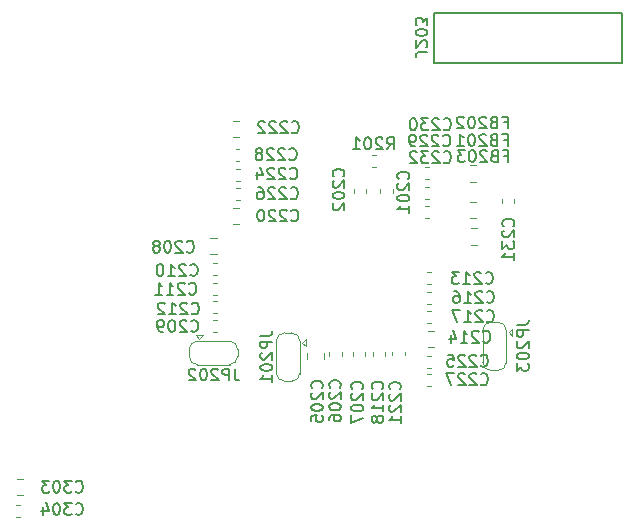
<source format=gbo>
G04 #@! TF.GenerationSoftware,KiCad,Pcbnew,5.1.0*
G04 #@! TF.CreationDate,2019-03-26T01:50:18+00:00*
G04 #@! TF.ProjectId,ESP32_K210,45535033-325f-44b3-9231-302e6b696361,rev?*
G04 #@! TF.SameCoordinates,Original*
G04 #@! TF.FileFunction,Legend,Bot*
G04 #@! TF.FilePolarity,Positive*
%FSLAX46Y46*%
G04 Gerber Fmt 4.6, Leading zero omitted, Abs format (unit mm)*
G04 Created by KiCad (PCBNEW 5.1.0) date 2019-03-26 01:50:18*
%MOMM*%
%LPD*%
G04 APERTURE LIST*
%ADD10C,0.120000*%
%ADD11C,0.150000*%
G04 APERTURE END LIST*
D10*
X155382079Y-89406000D02*
X155056521Y-89406000D01*
X155382079Y-90426000D02*
X155056521Y-90426000D01*
X153439400Y-106110921D02*
X153439400Y-106436479D01*
X154459400Y-106110921D02*
X154459400Y-106436479D01*
X153566400Y-92644079D02*
X153566400Y-92318521D01*
X154586400Y-92644079D02*
X154586400Y-92318521D01*
X155801600Y-92293221D02*
X155801600Y-92618779D01*
X156821600Y-92293221D02*
X156821600Y-92618779D01*
X151001800Y-106190522D02*
X151001800Y-106707678D01*
X149581800Y-106190522D02*
X149581800Y-106707678D01*
X151483600Y-106110921D02*
X151483600Y-106436479D01*
X152503600Y-106110921D02*
X152503600Y-106436479D01*
X141916678Y-96419600D02*
X141399522Y-96419600D01*
X141916678Y-97839600D02*
X141399522Y-97839600D01*
X141970879Y-104396000D02*
X141645321Y-104396000D01*
X141970879Y-103376000D02*
X141645321Y-103376000D01*
X141970879Y-98600800D02*
X141645321Y-98600800D01*
X141970879Y-99620800D02*
X141645321Y-99620800D01*
X141970879Y-101246400D02*
X141645321Y-101246400D01*
X141970879Y-100226400D02*
X141645321Y-100226400D01*
X141970879Y-101801200D02*
X141645321Y-101801200D01*
X141970879Y-102821200D02*
X141645321Y-102821200D01*
X159730321Y-99312000D02*
X160055879Y-99312000D01*
X159730321Y-100332000D02*
X160055879Y-100332000D01*
X159812222Y-105713600D02*
X160329378Y-105713600D01*
X159812222Y-104293600D02*
X160329378Y-104293600D01*
X159755621Y-102008400D02*
X160081179Y-102008400D01*
X159755621Y-100988400D02*
X160081179Y-100988400D01*
X159755621Y-102614000D02*
X160081179Y-102614000D01*
X159755621Y-103634000D02*
X160081179Y-103634000D01*
X155141200Y-106110821D02*
X155141200Y-106436379D01*
X156161200Y-106110821D02*
X156161200Y-106436379D01*
X143842478Y-95299600D02*
X143325322Y-95299600D01*
X143842478Y-93879600D02*
X143325322Y-93879600D01*
X156817600Y-106060021D02*
X156817600Y-106385579D01*
X157837600Y-106060021D02*
X157837600Y-106385579D01*
X143819378Y-86513600D02*
X143302222Y-86513600D01*
X143819378Y-87933600D02*
X143302222Y-87933600D01*
X143875979Y-90574400D02*
X143550421Y-90574400D01*
X143875979Y-91594400D02*
X143550421Y-91594400D01*
X159755621Y-107444000D02*
X160081179Y-107444000D01*
X159755621Y-106424000D02*
X160081179Y-106424000D01*
X143901279Y-93270800D02*
X143575721Y-93270800D01*
X143901279Y-92250800D02*
X143575721Y-92250800D01*
X159755621Y-107998800D02*
X160081179Y-107998800D01*
X159755621Y-109018800D02*
X160081179Y-109018800D01*
X143850679Y-88898000D02*
X143525121Y-88898000D01*
X143850679Y-89918000D02*
X143525121Y-89918000D01*
X159577721Y-93169200D02*
X159903279Y-93169200D01*
X159577721Y-92149200D02*
X159903279Y-92149200D01*
X159577721Y-91492800D02*
X159903279Y-91492800D01*
X159577721Y-90472800D02*
X159903279Y-90472800D01*
X166114000Y-93457079D02*
X166114000Y-93131521D01*
X167134000Y-93457079D02*
X167134000Y-93131521D01*
X159577921Y-93724000D02*
X159903479Y-93724000D01*
X159577921Y-94744000D02*
X159903479Y-94744000D01*
X124986522Y-116815800D02*
X125503678Y-116815800D01*
X124986522Y-118235800D02*
X125503678Y-118235800D01*
X124932321Y-119022400D02*
X125257879Y-119022400D01*
X124932321Y-120042400D02*
X125257879Y-120042400D01*
X163913078Y-94791600D02*
X163395922Y-94791600D01*
X163913078Y-93371600D02*
X163395922Y-93371600D01*
X163885378Y-90272800D02*
X163368222Y-90272800D01*
X163885378Y-91692800D02*
X163368222Y-91692800D01*
X163959278Y-95606800D02*
X163442122Y-95606800D01*
X163959278Y-97026800D02*
X163442122Y-97026800D01*
X149180400Y-105327600D02*
X149480400Y-105627600D01*
X149480400Y-105027600D02*
X149480400Y-105627600D01*
X149180400Y-105327600D02*
X149480400Y-105027600D01*
X148280400Y-104477600D02*
X147680400Y-104477600D01*
X148980400Y-107927600D02*
X148980400Y-105127600D01*
X147680400Y-108577600D02*
X148280400Y-108577600D01*
X146980400Y-105127600D02*
X146980400Y-107927600D01*
X146980400Y-107877600D02*
G75*
G03X147680400Y-108577600I700000J0D01*
G01*
X148280400Y-108577600D02*
G75*
G03X148980400Y-107877600I0J700000D01*
G01*
X148980400Y-105177600D02*
G75*
G03X148280400Y-104477600I-700000J0D01*
G01*
X147680400Y-104477600D02*
G75*
G03X146980400Y-105177600I0J-700000D01*
G01*
X139601200Y-106472000D02*
G75*
G03X140301200Y-107172000I700000J0D01*
G01*
X140301200Y-105172000D02*
G75*
G03X139601200Y-105872000I0J-700000D01*
G01*
X143701200Y-105872000D02*
G75*
G03X143001200Y-105172000I-700000J0D01*
G01*
X143001200Y-107172000D02*
G75*
G03X143701200Y-106472000I0J700000D01*
G01*
X140251200Y-107172000D02*
X143051200Y-107172000D01*
X143701200Y-106472000D02*
X143701200Y-105872000D01*
X143051200Y-105172000D02*
X140251200Y-105172000D01*
X139601200Y-105872000D02*
X139601200Y-106472000D01*
X140451200Y-104972000D02*
X140151200Y-104672000D01*
X140151200Y-104672000D02*
X140751200Y-104672000D01*
X140451200Y-104972000D02*
X140751200Y-104672000D01*
X166655600Y-104413200D02*
X166955600Y-104713200D01*
X166955600Y-104113200D02*
X166955600Y-104713200D01*
X166655600Y-104413200D02*
X166955600Y-104113200D01*
X165755600Y-103563200D02*
X165155600Y-103563200D01*
X166455600Y-107013200D02*
X166455600Y-104213200D01*
X165155600Y-107663200D02*
X165755600Y-107663200D01*
X164455600Y-104213200D02*
X164455600Y-107013200D01*
X164455600Y-106963200D02*
G75*
G03X165155600Y-107663200I700000J0D01*
G01*
X165755600Y-107663200D02*
G75*
G03X166455600Y-106963200I0J700000D01*
G01*
X166455600Y-104263200D02*
G75*
G03X165755600Y-103563200I-700000J0D01*
G01*
X165155600Y-103563200D02*
G75*
G03X164455600Y-104263200I0J-700000D01*
G01*
D11*
X160320200Y-78432000D02*
X160320200Y-81632000D01*
X160320200Y-81632000D02*
X166020200Y-81632000D01*
X166020200Y-81632000D02*
X176220200Y-81632000D01*
X176220200Y-81632000D02*
X176220200Y-77432000D01*
X176220200Y-77432000D02*
X160320200Y-77432000D01*
X160320200Y-77432000D02*
X160320200Y-78432000D01*
X156338347Y-88938380D02*
X156671680Y-88462190D01*
X156909776Y-88938380D02*
X156909776Y-87938380D01*
X156528823Y-87938380D01*
X156433585Y-87986000D01*
X156385966Y-88033619D01*
X156338347Y-88128857D01*
X156338347Y-88271714D01*
X156385966Y-88366952D01*
X156433585Y-88414571D01*
X156528823Y-88462190D01*
X156909776Y-88462190D01*
X155957395Y-88033619D02*
X155909776Y-87986000D01*
X155814538Y-87938380D01*
X155576442Y-87938380D01*
X155481204Y-87986000D01*
X155433585Y-88033619D01*
X155385966Y-88128857D01*
X155385966Y-88224095D01*
X155433585Y-88366952D01*
X156005014Y-88938380D01*
X155385966Y-88938380D01*
X154766919Y-87938380D02*
X154671680Y-87938380D01*
X154576442Y-87986000D01*
X154528823Y-88033619D01*
X154481204Y-88128857D01*
X154433585Y-88319333D01*
X154433585Y-88557428D01*
X154481204Y-88747904D01*
X154528823Y-88843142D01*
X154576442Y-88890761D01*
X154671680Y-88938380D01*
X154766919Y-88938380D01*
X154862157Y-88890761D01*
X154909776Y-88843142D01*
X154957395Y-88747904D01*
X155005014Y-88557428D01*
X155005014Y-88319333D01*
X154957395Y-88128857D01*
X154909776Y-88033619D01*
X154862157Y-87986000D01*
X154766919Y-87938380D01*
X153481204Y-88938380D02*
X154052633Y-88938380D01*
X153766919Y-88938380D02*
X153766919Y-87938380D01*
X153862157Y-88081238D01*
X153957395Y-88176476D01*
X154052633Y-88224095D01*
X154230342Y-109218552D02*
X154277961Y-109170933D01*
X154325580Y-109028076D01*
X154325580Y-108932838D01*
X154277961Y-108789980D01*
X154182723Y-108694742D01*
X154087485Y-108647123D01*
X153897009Y-108599504D01*
X153754152Y-108599504D01*
X153563676Y-108647123D01*
X153468438Y-108694742D01*
X153373200Y-108789980D01*
X153325580Y-108932838D01*
X153325580Y-109028076D01*
X153373200Y-109170933D01*
X153420819Y-109218552D01*
X153420819Y-109599504D02*
X153373200Y-109647123D01*
X153325580Y-109742361D01*
X153325580Y-109980457D01*
X153373200Y-110075695D01*
X153420819Y-110123314D01*
X153516057Y-110170933D01*
X153611295Y-110170933D01*
X153754152Y-110123314D01*
X154325580Y-109551885D01*
X154325580Y-110170933D01*
X153325580Y-110789980D02*
X153325580Y-110885219D01*
X153373200Y-110980457D01*
X153420819Y-111028076D01*
X153516057Y-111075695D01*
X153706533Y-111123314D01*
X153944628Y-111123314D01*
X154135104Y-111075695D01*
X154230342Y-111028076D01*
X154277961Y-110980457D01*
X154325580Y-110885219D01*
X154325580Y-110789980D01*
X154277961Y-110694742D01*
X154230342Y-110647123D01*
X154135104Y-110599504D01*
X153944628Y-110551885D01*
X153706533Y-110551885D01*
X153516057Y-110599504D01*
X153420819Y-110647123D01*
X153373200Y-110694742D01*
X153325580Y-110789980D01*
X153325580Y-111456647D02*
X153325580Y-112123314D01*
X154325580Y-111694742D01*
X158141942Y-91438552D02*
X158189561Y-91390933D01*
X158237180Y-91248076D01*
X158237180Y-91152838D01*
X158189561Y-91009980D01*
X158094323Y-90914742D01*
X157999085Y-90867123D01*
X157808609Y-90819504D01*
X157665752Y-90819504D01*
X157475276Y-90867123D01*
X157380038Y-90914742D01*
X157284800Y-91009980D01*
X157237180Y-91152838D01*
X157237180Y-91248076D01*
X157284800Y-91390933D01*
X157332419Y-91438552D01*
X157332419Y-91819504D02*
X157284800Y-91867123D01*
X157237180Y-91962361D01*
X157237180Y-92200457D01*
X157284800Y-92295695D01*
X157332419Y-92343314D01*
X157427657Y-92390933D01*
X157522895Y-92390933D01*
X157665752Y-92343314D01*
X158237180Y-91771885D01*
X158237180Y-92390933D01*
X157237180Y-93009980D02*
X157237180Y-93105219D01*
X157284800Y-93200457D01*
X157332419Y-93248076D01*
X157427657Y-93295695D01*
X157618133Y-93343314D01*
X157856228Y-93343314D01*
X158046704Y-93295695D01*
X158141942Y-93248076D01*
X158189561Y-93200457D01*
X158237180Y-93105219D01*
X158237180Y-93009980D01*
X158189561Y-92914742D01*
X158141942Y-92867123D01*
X158046704Y-92819504D01*
X157856228Y-92771885D01*
X157618133Y-92771885D01*
X157427657Y-92819504D01*
X157332419Y-92867123D01*
X157284800Y-92914742D01*
X157237180Y-93009980D01*
X158237180Y-94295695D02*
X158237180Y-93724266D01*
X158237180Y-94009980D02*
X157237180Y-94009980D01*
X157380038Y-93914742D01*
X157475276Y-93819504D01*
X157522895Y-93724266D01*
X152655542Y-91235352D02*
X152703161Y-91187733D01*
X152750780Y-91044876D01*
X152750780Y-90949638D01*
X152703161Y-90806780D01*
X152607923Y-90711542D01*
X152512685Y-90663923D01*
X152322209Y-90616304D01*
X152179352Y-90616304D01*
X151988876Y-90663923D01*
X151893638Y-90711542D01*
X151798400Y-90806780D01*
X151750780Y-90949638D01*
X151750780Y-91044876D01*
X151798400Y-91187733D01*
X151846019Y-91235352D01*
X151846019Y-91616304D02*
X151798400Y-91663923D01*
X151750780Y-91759161D01*
X151750780Y-91997257D01*
X151798400Y-92092495D01*
X151846019Y-92140114D01*
X151941257Y-92187733D01*
X152036495Y-92187733D01*
X152179352Y-92140114D01*
X152750780Y-91568685D01*
X152750780Y-92187733D01*
X151750780Y-92806780D02*
X151750780Y-92902019D01*
X151798400Y-92997257D01*
X151846019Y-93044876D01*
X151941257Y-93092495D01*
X152131733Y-93140114D01*
X152369828Y-93140114D01*
X152560304Y-93092495D01*
X152655542Y-93044876D01*
X152703161Y-92997257D01*
X152750780Y-92902019D01*
X152750780Y-92806780D01*
X152703161Y-92711542D01*
X152655542Y-92663923D01*
X152560304Y-92616304D01*
X152369828Y-92568685D01*
X152131733Y-92568685D01*
X151941257Y-92616304D01*
X151846019Y-92663923D01*
X151798400Y-92711542D01*
X151750780Y-92806780D01*
X151846019Y-93521066D02*
X151798400Y-93568685D01*
X151750780Y-93663923D01*
X151750780Y-93902019D01*
X151798400Y-93997257D01*
X151846019Y-94044876D01*
X151941257Y-94092495D01*
X152036495Y-94092495D01*
X152179352Y-94044876D01*
X152750780Y-93473447D01*
X152750780Y-94092495D01*
X150826742Y-109167752D02*
X150874361Y-109120133D01*
X150921980Y-108977276D01*
X150921980Y-108882038D01*
X150874361Y-108739180D01*
X150779123Y-108643942D01*
X150683885Y-108596323D01*
X150493409Y-108548704D01*
X150350552Y-108548704D01*
X150160076Y-108596323D01*
X150064838Y-108643942D01*
X149969600Y-108739180D01*
X149921980Y-108882038D01*
X149921980Y-108977276D01*
X149969600Y-109120133D01*
X150017219Y-109167752D01*
X150017219Y-109548704D02*
X149969600Y-109596323D01*
X149921980Y-109691561D01*
X149921980Y-109929657D01*
X149969600Y-110024895D01*
X150017219Y-110072514D01*
X150112457Y-110120133D01*
X150207695Y-110120133D01*
X150350552Y-110072514D01*
X150921980Y-109501085D01*
X150921980Y-110120133D01*
X149921980Y-110739180D02*
X149921980Y-110834419D01*
X149969600Y-110929657D01*
X150017219Y-110977276D01*
X150112457Y-111024895D01*
X150302933Y-111072514D01*
X150541028Y-111072514D01*
X150731504Y-111024895D01*
X150826742Y-110977276D01*
X150874361Y-110929657D01*
X150921980Y-110834419D01*
X150921980Y-110739180D01*
X150874361Y-110643942D01*
X150826742Y-110596323D01*
X150731504Y-110548704D01*
X150541028Y-110501085D01*
X150302933Y-110501085D01*
X150112457Y-110548704D01*
X150017219Y-110596323D01*
X149969600Y-110643942D01*
X149921980Y-110739180D01*
X149921980Y-111977276D02*
X149921980Y-111501085D01*
X150398171Y-111453466D01*
X150350552Y-111501085D01*
X150302933Y-111596323D01*
X150302933Y-111834419D01*
X150350552Y-111929657D01*
X150398171Y-111977276D01*
X150493409Y-112024895D01*
X150731504Y-112024895D01*
X150826742Y-111977276D01*
X150874361Y-111929657D01*
X150921980Y-111834419D01*
X150921980Y-111596323D01*
X150874361Y-111501085D01*
X150826742Y-111453466D01*
X152350742Y-109116952D02*
X152398361Y-109069333D01*
X152445980Y-108926476D01*
X152445980Y-108831238D01*
X152398361Y-108688380D01*
X152303123Y-108593142D01*
X152207885Y-108545523D01*
X152017409Y-108497904D01*
X151874552Y-108497904D01*
X151684076Y-108545523D01*
X151588838Y-108593142D01*
X151493600Y-108688380D01*
X151445980Y-108831238D01*
X151445980Y-108926476D01*
X151493600Y-109069333D01*
X151541219Y-109116952D01*
X151541219Y-109497904D02*
X151493600Y-109545523D01*
X151445980Y-109640761D01*
X151445980Y-109878857D01*
X151493600Y-109974095D01*
X151541219Y-110021714D01*
X151636457Y-110069333D01*
X151731695Y-110069333D01*
X151874552Y-110021714D01*
X152445980Y-109450285D01*
X152445980Y-110069333D01*
X151445980Y-110688380D02*
X151445980Y-110783619D01*
X151493600Y-110878857D01*
X151541219Y-110926476D01*
X151636457Y-110974095D01*
X151826933Y-111021714D01*
X152065028Y-111021714D01*
X152255504Y-110974095D01*
X152350742Y-110926476D01*
X152398361Y-110878857D01*
X152445980Y-110783619D01*
X152445980Y-110688380D01*
X152398361Y-110593142D01*
X152350742Y-110545523D01*
X152255504Y-110497904D01*
X152065028Y-110450285D01*
X151826933Y-110450285D01*
X151636457Y-110497904D01*
X151541219Y-110545523D01*
X151493600Y-110593142D01*
X151445980Y-110688380D01*
X151445980Y-111878857D02*
X151445980Y-111688380D01*
X151493600Y-111593142D01*
X151541219Y-111545523D01*
X151684076Y-111450285D01*
X151874552Y-111402666D01*
X152255504Y-111402666D01*
X152350742Y-111450285D01*
X152398361Y-111497904D01*
X152445980Y-111593142D01*
X152445980Y-111783619D01*
X152398361Y-111878857D01*
X152350742Y-111926476D01*
X152255504Y-111974095D01*
X152017409Y-111974095D01*
X151922171Y-111926476D01*
X151874552Y-111878857D01*
X151826933Y-111783619D01*
X151826933Y-111593142D01*
X151874552Y-111497904D01*
X151922171Y-111450285D01*
X152017409Y-111402666D01*
X139396647Y-97588342D02*
X139444266Y-97635961D01*
X139587123Y-97683580D01*
X139682361Y-97683580D01*
X139825219Y-97635961D01*
X139920457Y-97540723D01*
X139968076Y-97445485D01*
X140015695Y-97255009D01*
X140015695Y-97112152D01*
X139968076Y-96921676D01*
X139920457Y-96826438D01*
X139825219Y-96731200D01*
X139682361Y-96683580D01*
X139587123Y-96683580D01*
X139444266Y-96731200D01*
X139396647Y-96778819D01*
X139015695Y-96778819D02*
X138968076Y-96731200D01*
X138872838Y-96683580D01*
X138634742Y-96683580D01*
X138539504Y-96731200D01*
X138491885Y-96778819D01*
X138444266Y-96874057D01*
X138444266Y-96969295D01*
X138491885Y-97112152D01*
X139063314Y-97683580D01*
X138444266Y-97683580D01*
X137825219Y-96683580D02*
X137729980Y-96683580D01*
X137634742Y-96731200D01*
X137587123Y-96778819D01*
X137539504Y-96874057D01*
X137491885Y-97064533D01*
X137491885Y-97302628D01*
X137539504Y-97493104D01*
X137587123Y-97588342D01*
X137634742Y-97635961D01*
X137729980Y-97683580D01*
X137825219Y-97683580D01*
X137920457Y-97635961D01*
X137968076Y-97588342D01*
X138015695Y-97493104D01*
X138063314Y-97302628D01*
X138063314Y-97064533D01*
X138015695Y-96874057D01*
X137968076Y-96778819D01*
X137920457Y-96731200D01*
X137825219Y-96683580D01*
X136920457Y-97112152D02*
X137015695Y-97064533D01*
X137063314Y-97016914D01*
X137110933Y-96921676D01*
X137110933Y-96874057D01*
X137063314Y-96778819D01*
X137015695Y-96731200D01*
X136920457Y-96683580D01*
X136729980Y-96683580D01*
X136634742Y-96731200D01*
X136587123Y-96778819D01*
X136539504Y-96874057D01*
X136539504Y-96921676D01*
X136587123Y-97016914D01*
X136634742Y-97064533D01*
X136729980Y-97112152D01*
X136920457Y-97112152D01*
X137015695Y-97159771D01*
X137063314Y-97207390D01*
X137110933Y-97302628D01*
X137110933Y-97493104D01*
X137063314Y-97588342D01*
X137015695Y-97635961D01*
X136920457Y-97683580D01*
X136729980Y-97683580D01*
X136634742Y-97635961D01*
X136587123Y-97588342D01*
X136539504Y-97493104D01*
X136539504Y-97302628D01*
X136587123Y-97207390D01*
X136634742Y-97159771D01*
X136729980Y-97112152D01*
X139752247Y-104293942D02*
X139799866Y-104341561D01*
X139942723Y-104389180D01*
X140037961Y-104389180D01*
X140180819Y-104341561D01*
X140276057Y-104246323D01*
X140323676Y-104151085D01*
X140371295Y-103960609D01*
X140371295Y-103817752D01*
X140323676Y-103627276D01*
X140276057Y-103532038D01*
X140180819Y-103436800D01*
X140037961Y-103389180D01*
X139942723Y-103389180D01*
X139799866Y-103436800D01*
X139752247Y-103484419D01*
X139371295Y-103484419D02*
X139323676Y-103436800D01*
X139228438Y-103389180D01*
X138990342Y-103389180D01*
X138895104Y-103436800D01*
X138847485Y-103484419D01*
X138799866Y-103579657D01*
X138799866Y-103674895D01*
X138847485Y-103817752D01*
X139418914Y-104389180D01*
X138799866Y-104389180D01*
X138180819Y-103389180D02*
X138085580Y-103389180D01*
X137990342Y-103436800D01*
X137942723Y-103484419D01*
X137895104Y-103579657D01*
X137847485Y-103770133D01*
X137847485Y-104008228D01*
X137895104Y-104198704D01*
X137942723Y-104293942D01*
X137990342Y-104341561D01*
X138085580Y-104389180D01*
X138180819Y-104389180D01*
X138276057Y-104341561D01*
X138323676Y-104293942D01*
X138371295Y-104198704D01*
X138418914Y-104008228D01*
X138418914Y-103770133D01*
X138371295Y-103579657D01*
X138323676Y-103484419D01*
X138276057Y-103436800D01*
X138180819Y-103389180D01*
X137371295Y-104389180D02*
X137180819Y-104389180D01*
X137085580Y-104341561D01*
X137037961Y-104293942D01*
X136942723Y-104151085D01*
X136895104Y-103960609D01*
X136895104Y-103579657D01*
X136942723Y-103484419D01*
X136990342Y-103436800D01*
X137085580Y-103389180D01*
X137276057Y-103389180D01*
X137371295Y-103436800D01*
X137418914Y-103484419D01*
X137466533Y-103579657D01*
X137466533Y-103817752D01*
X137418914Y-103912990D01*
X137371295Y-103960609D01*
X137276057Y-104008228D01*
X137085580Y-104008228D01*
X136990342Y-103960609D01*
X136942723Y-103912990D01*
X136895104Y-103817752D01*
X139701447Y-99569542D02*
X139749066Y-99617161D01*
X139891923Y-99664780D01*
X139987161Y-99664780D01*
X140130019Y-99617161D01*
X140225257Y-99521923D01*
X140272876Y-99426685D01*
X140320495Y-99236209D01*
X140320495Y-99093352D01*
X140272876Y-98902876D01*
X140225257Y-98807638D01*
X140130019Y-98712400D01*
X139987161Y-98664780D01*
X139891923Y-98664780D01*
X139749066Y-98712400D01*
X139701447Y-98760019D01*
X139320495Y-98760019D02*
X139272876Y-98712400D01*
X139177638Y-98664780D01*
X138939542Y-98664780D01*
X138844304Y-98712400D01*
X138796685Y-98760019D01*
X138749066Y-98855257D01*
X138749066Y-98950495D01*
X138796685Y-99093352D01*
X139368114Y-99664780D01*
X138749066Y-99664780D01*
X137796685Y-99664780D02*
X138368114Y-99664780D01*
X138082400Y-99664780D02*
X138082400Y-98664780D01*
X138177638Y-98807638D01*
X138272876Y-98902876D01*
X138368114Y-98950495D01*
X137177638Y-98664780D02*
X137082400Y-98664780D01*
X136987161Y-98712400D01*
X136939542Y-98760019D01*
X136891923Y-98855257D01*
X136844304Y-99045733D01*
X136844304Y-99283828D01*
X136891923Y-99474304D01*
X136939542Y-99569542D01*
X136987161Y-99617161D01*
X137082400Y-99664780D01*
X137177638Y-99664780D01*
X137272876Y-99617161D01*
X137320495Y-99569542D01*
X137368114Y-99474304D01*
X137415733Y-99283828D01*
X137415733Y-99045733D01*
X137368114Y-98855257D01*
X137320495Y-98760019D01*
X137272876Y-98712400D01*
X137177638Y-98664780D01*
X139599847Y-101144342D02*
X139647466Y-101191961D01*
X139790323Y-101239580D01*
X139885561Y-101239580D01*
X140028419Y-101191961D01*
X140123657Y-101096723D01*
X140171276Y-101001485D01*
X140218895Y-100811009D01*
X140218895Y-100668152D01*
X140171276Y-100477676D01*
X140123657Y-100382438D01*
X140028419Y-100287200D01*
X139885561Y-100239580D01*
X139790323Y-100239580D01*
X139647466Y-100287200D01*
X139599847Y-100334819D01*
X139218895Y-100334819D02*
X139171276Y-100287200D01*
X139076038Y-100239580D01*
X138837942Y-100239580D01*
X138742704Y-100287200D01*
X138695085Y-100334819D01*
X138647466Y-100430057D01*
X138647466Y-100525295D01*
X138695085Y-100668152D01*
X139266514Y-101239580D01*
X138647466Y-101239580D01*
X137695085Y-101239580D02*
X138266514Y-101239580D01*
X137980800Y-101239580D02*
X137980800Y-100239580D01*
X138076038Y-100382438D01*
X138171276Y-100477676D01*
X138266514Y-100525295D01*
X136742704Y-101239580D02*
X137314133Y-101239580D01*
X137028419Y-101239580D02*
X137028419Y-100239580D01*
X137123657Y-100382438D01*
X137218895Y-100477676D01*
X137314133Y-100525295D01*
X139803047Y-102820742D02*
X139850666Y-102868361D01*
X139993523Y-102915980D01*
X140088761Y-102915980D01*
X140231619Y-102868361D01*
X140326857Y-102773123D01*
X140374476Y-102677885D01*
X140422095Y-102487409D01*
X140422095Y-102344552D01*
X140374476Y-102154076D01*
X140326857Y-102058838D01*
X140231619Y-101963600D01*
X140088761Y-101915980D01*
X139993523Y-101915980D01*
X139850666Y-101963600D01*
X139803047Y-102011219D01*
X139422095Y-102011219D02*
X139374476Y-101963600D01*
X139279238Y-101915980D01*
X139041142Y-101915980D01*
X138945904Y-101963600D01*
X138898285Y-102011219D01*
X138850666Y-102106457D01*
X138850666Y-102201695D01*
X138898285Y-102344552D01*
X139469714Y-102915980D01*
X138850666Y-102915980D01*
X137898285Y-102915980D02*
X138469714Y-102915980D01*
X138184000Y-102915980D02*
X138184000Y-101915980D01*
X138279238Y-102058838D01*
X138374476Y-102154076D01*
X138469714Y-102201695D01*
X137517333Y-102011219D02*
X137469714Y-101963600D01*
X137374476Y-101915980D01*
X137136380Y-101915980D01*
X137041142Y-101963600D01*
X136993523Y-102011219D01*
X136945904Y-102106457D01*
X136945904Y-102201695D01*
X136993523Y-102344552D01*
X137564952Y-102915980D01*
X136945904Y-102915980D01*
X164695047Y-100229942D02*
X164742666Y-100277561D01*
X164885523Y-100325180D01*
X164980761Y-100325180D01*
X165123619Y-100277561D01*
X165218857Y-100182323D01*
X165266476Y-100087085D01*
X165314095Y-99896609D01*
X165314095Y-99753752D01*
X165266476Y-99563276D01*
X165218857Y-99468038D01*
X165123619Y-99372800D01*
X164980761Y-99325180D01*
X164885523Y-99325180D01*
X164742666Y-99372800D01*
X164695047Y-99420419D01*
X164314095Y-99420419D02*
X164266476Y-99372800D01*
X164171238Y-99325180D01*
X163933142Y-99325180D01*
X163837904Y-99372800D01*
X163790285Y-99420419D01*
X163742666Y-99515657D01*
X163742666Y-99610895D01*
X163790285Y-99753752D01*
X164361714Y-100325180D01*
X163742666Y-100325180D01*
X162790285Y-100325180D02*
X163361714Y-100325180D01*
X163076000Y-100325180D02*
X163076000Y-99325180D01*
X163171238Y-99468038D01*
X163266476Y-99563276D01*
X163361714Y-99610895D01*
X162456952Y-99325180D02*
X161837904Y-99325180D01*
X162171238Y-99706133D01*
X162028380Y-99706133D01*
X161933142Y-99753752D01*
X161885523Y-99801371D01*
X161837904Y-99896609D01*
X161837904Y-100134704D01*
X161885523Y-100229942D01*
X161933142Y-100277561D01*
X162028380Y-100325180D01*
X162314095Y-100325180D01*
X162409333Y-100277561D01*
X162456952Y-100229942D01*
X164491847Y-105208342D02*
X164539466Y-105255961D01*
X164682323Y-105303580D01*
X164777561Y-105303580D01*
X164920419Y-105255961D01*
X165015657Y-105160723D01*
X165063276Y-105065485D01*
X165110895Y-104875009D01*
X165110895Y-104732152D01*
X165063276Y-104541676D01*
X165015657Y-104446438D01*
X164920419Y-104351200D01*
X164777561Y-104303580D01*
X164682323Y-104303580D01*
X164539466Y-104351200D01*
X164491847Y-104398819D01*
X164110895Y-104398819D02*
X164063276Y-104351200D01*
X163968038Y-104303580D01*
X163729942Y-104303580D01*
X163634704Y-104351200D01*
X163587085Y-104398819D01*
X163539466Y-104494057D01*
X163539466Y-104589295D01*
X163587085Y-104732152D01*
X164158514Y-105303580D01*
X163539466Y-105303580D01*
X162587085Y-105303580D02*
X163158514Y-105303580D01*
X162872800Y-105303580D02*
X162872800Y-104303580D01*
X162968038Y-104446438D01*
X163063276Y-104541676D01*
X163158514Y-104589295D01*
X161729942Y-104636914D02*
X161729942Y-105303580D01*
X161968038Y-104255961D02*
X162206133Y-104970247D01*
X161587085Y-104970247D01*
X164796647Y-101855542D02*
X164844266Y-101903161D01*
X164987123Y-101950780D01*
X165082361Y-101950780D01*
X165225219Y-101903161D01*
X165320457Y-101807923D01*
X165368076Y-101712685D01*
X165415695Y-101522209D01*
X165415695Y-101379352D01*
X165368076Y-101188876D01*
X165320457Y-101093638D01*
X165225219Y-100998400D01*
X165082361Y-100950780D01*
X164987123Y-100950780D01*
X164844266Y-100998400D01*
X164796647Y-101046019D01*
X164415695Y-101046019D02*
X164368076Y-100998400D01*
X164272838Y-100950780D01*
X164034742Y-100950780D01*
X163939504Y-100998400D01*
X163891885Y-101046019D01*
X163844266Y-101141257D01*
X163844266Y-101236495D01*
X163891885Y-101379352D01*
X164463314Y-101950780D01*
X163844266Y-101950780D01*
X162891885Y-101950780D02*
X163463314Y-101950780D01*
X163177600Y-101950780D02*
X163177600Y-100950780D01*
X163272838Y-101093638D01*
X163368076Y-101188876D01*
X163463314Y-101236495D01*
X162034742Y-100950780D02*
X162225219Y-100950780D01*
X162320457Y-100998400D01*
X162368076Y-101046019D01*
X162463314Y-101188876D01*
X162510933Y-101379352D01*
X162510933Y-101760304D01*
X162463314Y-101855542D01*
X162415695Y-101903161D01*
X162320457Y-101950780D01*
X162129980Y-101950780D01*
X162034742Y-101903161D01*
X161987123Y-101855542D01*
X161939504Y-101760304D01*
X161939504Y-101522209D01*
X161987123Y-101426971D01*
X162034742Y-101379352D01*
X162129980Y-101331733D01*
X162320457Y-101331733D01*
X162415695Y-101379352D01*
X162463314Y-101426971D01*
X162510933Y-101522209D01*
X164796647Y-103481142D02*
X164844266Y-103528761D01*
X164987123Y-103576380D01*
X165082361Y-103576380D01*
X165225219Y-103528761D01*
X165320457Y-103433523D01*
X165368076Y-103338285D01*
X165415695Y-103147809D01*
X165415695Y-103004952D01*
X165368076Y-102814476D01*
X165320457Y-102719238D01*
X165225219Y-102624000D01*
X165082361Y-102576380D01*
X164987123Y-102576380D01*
X164844266Y-102624000D01*
X164796647Y-102671619D01*
X164415695Y-102671619D02*
X164368076Y-102624000D01*
X164272838Y-102576380D01*
X164034742Y-102576380D01*
X163939504Y-102624000D01*
X163891885Y-102671619D01*
X163844266Y-102766857D01*
X163844266Y-102862095D01*
X163891885Y-103004952D01*
X164463314Y-103576380D01*
X163844266Y-103576380D01*
X162891885Y-103576380D02*
X163463314Y-103576380D01*
X163177600Y-103576380D02*
X163177600Y-102576380D01*
X163272838Y-102719238D01*
X163368076Y-102814476D01*
X163463314Y-102862095D01*
X162558552Y-102576380D02*
X161891885Y-102576380D01*
X162320457Y-103576380D01*
X155957542Y-109218552D02*
X156005161Y-109170933D01*
X156052780Y-109028076D01*
X156052780Y-108932838D01*
X156005161Y-108789980D01*
X155909923Y-108694742D01*
X155814685Y-108647123D01*
X155624209Y-108599504D01*
X155481352Y-108599504D01*
X155290876Y-108647123D01*
X155195638Y-108694742D01*
X155100400Y-108789980D01*
X155052780Y-108932838D01*
X155052780Y-109028076D01*
X155100400Y-109170933D01*
X155148019Y-109218552D01*
X155148019Y-109599504D02*
X155100400Y-109647123D01*
X155052780Y-109742361D01*
X155052780Y-109980457D01*
X155100400Y-110075695D01*
X155148019Y-110123314D01*
X155243257Y-110170933D01*
X155338495Y-110170933D01*
X155481352Y-110123314D01*
X156052780Y-109551885D01*
X156052780Y-110170933D01*
X156052780Y-111123314D02*
X156052780Y-110551885D01*
X156052780Y-110837600D02*
X155052780Y-110837600D01*
X155195638Y-110742361D01*
X155290876Y-110647123D01*
X155338495Y-110551885D01*
X155481352Y-111694742D02*
X155433733Y-111599504D01*
X155386114Y-111551885D01*
X155290876Y-111504266D01*
X155243257Y-111504266D01*
X155148019Y-111551885D01*
X155100400Y-111599504D01*
X155052780Y-111694742D01*
X155052780Y-111885219D01*
X155100400Y-111980457D01*
X155148019Y-112028076D01*
X155243257Y-112075695D01*
X155290876Y-112075695D01*
X155386114Y-112028076D01*
X155433733Y-111980457D01*
X155481352Y-111885219D01*
X155481352Y-111694742D01*
X155528971Y-111599504D01*
X155576590Y-111551885D01*
X155671828Y-111504266D01*
X155862304Y-111504266D01*
X155957542Y-111551885D01*
X156005161Y-111599504D01*
X156052780Y-111694742D01*
X156052780Y-111885219D01*
X156005161Y-111980457D01*
X155957542Y-112028076D01*
X155862304Y-112075695D01*
X155671828Y-112075695D01*
X155576590Y-112028076D01*
X155528971Y-111980457D01*
X155481352Y-111885219D01*
X148235847Y-94946742D02*
X148283466Y-94994361D01*
X148426323Y-95041980D01*
X148521561Y-95041980D01*
X148664419Y-94994361D01*
X148759657Y-94899123D01*
X148807276Y-94803885D01*
X148854895Y-94613409D01*
X148854895Y-94470552D01*
X148807276Y-94280076D01*
X148759657Y-94184838D01*
X148664419Y-94089600D01*
X148521561Y-94041980D01*
X148426323Y-94041980D01*
X148283466Y-94089600D01*
X148235847Y-94137219D01*
X147854895Y-94137219D02*
X147807276Y-94089600D01*
X147712038Y-94041980D01*
X147473942Y-94041980D01*
X147378704Y-94089600D01*
X147331085Y-94137219D01*
X147283466Y-94232457D01*
X147283466Y-94327695D01*
X147331085Y-94470552D01*
X147902514Y-95041980D01*
X147283466Y-95041980D01*
X146902514Y-94137219D02*
X146854895Y-94089600D01*
X146759657Y-94041980D01*
X146521561Y-94041980D01*
X146426323Y-94089600D01*
X146378704Y-94137219D01*
X146331085Y-94232457D01*
X146331085Y-94327695D01*
X146378704Y-94470552D01*
X146950133Y-95041980D01*
X146331085Y-95041980D01*
X145712038Y-94041980D02*
X145616800Y-94041980D01*
X145521561Y-94089600D01*
X145473942Y-94137219D01*
X145426323Y-94232457D01*
X145378704Y-94422933D01*
X145378704Y-94661028D01*
X145426323Y-94851504D01*
X145473942Y-94946742D01*
X145521561Y-94994361D01*
X145616800Y-95041980D01*
X145712038Y-95041980D01*
X145807276Y-94994361D01*
X145854895Y-94946742D01*
X145902514Y-94851504D01*
X145950133Y-94661028D01*
X145950133Y-94422933D01*
X145902514Y-94232457D01*
X145854895Y-94137219D01*
X145807276Y-94089600D01*
X145712038Y-94041980D01*
X157430742Y-109269352D02*
X157478361Y-109221733D01*
X157525980Y-109078876D01*
X157525980Y-108983638D01*
X157478361Y-108840780D01*
X157383123Y-108745542D01*
X157287885Y-108697923D01*
X157097409Y-108650304D01*
X156954552Y-108650304D01*
X156764076Y-108697923D01*
X156668838Y-108745542D01*
X156573600Y-108840780D01*
X156525980Y-108983638D01*
X156525980Y-109078876D01*
X156573600Y-109221733D01*
X156621219Y-109269352D01*
X156621219Y-109650304D02*
X156573600Y-109697923D01*
X156525980Y-109793161D01*
X156525980Y-110031257D01*
X156573600Y-110126495D01*
X156621219Y-110174114D01*
X156716457Y-110221733D01*
X156811695Y-110221733D01*
X156954552Y-110174114D01*
X157525980Y-109602685D01*
X157525980Y-110221733D01*
X156621219Y-110602685D02*
X156573600Y-110650304D01*
X156525980Y-110745542D01*
X156525980Y-110983638D01*
X156573600Y-111078876D01*
X156621219Y-111126495D01*
X156716457Y-111174114D01*
X156811695Y-111174114D01*
X156954552Y-111126495D01*
X157525980Y-110555066D01*
X157525980Y-111174114D01*
X157525980Y-112126495D02*
X157525980Y-111555066D01*
X157525980Y-111840780D02*
X156525980Y-111840780D01*
X156668838Y-111745542D01*
X156764076Y-111650304D01*
X156811695Y-111555066D01*
X148286647Y-87479142D02*
X148334266Y-87526761D01*
X148477123Y-87574380D01*
X148572361Y-87574380D01*
X148715219Y-87526761D01*
X148810457Y-87431523D01*
X148858076Y-87336285D01*
X148905695Y-87145809D01*
X148905695Y-87002952D01*
X148858076Y-86812476D01*
X148810457Y-86717238D01*
X148715219Y-86622000D01*
X148572361Y-86574380D01*
X148477123Y-86574380D01*
X148334266Y-86622000D01*
X148286647Y-86669619D01*
X147905695Y-86669619D02*
X147858076Y-86622000D01*
X147762838Y-86574380D01*
X147524742Y-86574380D01*
X147429504Y-86622000D01*
X147381885Y-86669619D01*
X147334266Y-86764857D01*
X147334266Y-86860095D01*
X147381885Y-87002952D01*
X147953314Y-87574380D01*
X147334266Y-87574380D01*
X146953314Y-86669619D02*
X146905695Y-86622000D01*
X146810457Y-86574380D01*
X146572361Y-86574380D01*
X146477123Y-86622000D01*
X146429504Y-86669619D01*
X146381885Y-86764857D01*
X146381885Y-86860095D01*
X146429504Y-87002952D01*
X147000933Y-87574380D01*
X146381885Y-87574380D01*
X146000933Y-86669619D02*
X145953314Y-86622000D01*
X145858076Y-86574380D01*
X145619980Y-86574380D01*
X145524742Y-86622000D01*
X145477123Y-86669619D01*
X145429504Y-86764857D01*
X145429504Y-86860095D01*
X145477123Y-87002952D01*
X146048552Y-87574380D01*
X145429504Y-87574380D01*
X148134247Y-91390742D02*
X148181866Y-91438361D01*
X148324723Y-91485980D01*
X148419961Y-91485980D01*
X148562819Y-91438361D01*
X148658057Y-91343123D01*
X148705676Y-91247885D01*
X148753295Y-91057409D01*
X148753295Y-90914552D01*
X148705676Y-90724076D01*
X148658057Y-90628838D01*
X148562819Y-90533600D01*
X148419961Y-90485980D01*
X148324723Y-90485980D01*
X148181866Y-90533600D01*
X148134247Y-90581219D01*
X147753295Y-90581219D02*
X147705676Y-90533600D01*
X147610438Y-90485980D01*
X147372342Y-90485980D01*
X147277104Y-90533600D01*
X147229485Y-90581219D01*
X147181866Y-90676457D01*
X147181866Y-90771695D01*
X147229485Y-90914552D01*
X147800914Y-91485980D01*
X147181866Y-91485980D01*
X146800914Y-90581219D02*
X146753295Y-90533600D01*
X146658057Y-90485980D01*
X146419961Y-90485980D01*
X146324723Y-90533600D01*
X146277104Y-90581219D01*
X146229485Y-90676457D01*
X146229485Y-90771695D01*
X146277104Y-90914552D01*
X146848533Y-91485980D01*
X146229485Y-91485980D01*
X145372342Y-90819314D02*
X145372342Y-91485980D01*
X145610438Y-90438361D02*
X145848533Y-91152647D01*
X145229485Y-91152647D01*
X164288647Y-107240342D02*
X164336266Y-107287961D01*
X164479123Y-107335580D01*
X164574361Y-107335580D01*
X164717219Y-107287961D01*
X164812457Y-107192723D01*
X164860076Y-107097485D01*
X164907695Y-106907009D01*
X164907695Y-106764152D01*
X164860076Y-106573676D01*
X164812457Y-106478438D01*
X164717219Y-106383200D01*
X164574361Y-106335580D01*
X164479123Y-106335580D01*
X164336266Y-106383200D01*
X164288647Y-106430819D01*
X163907695Y-106430819D02*
X163860076Y-106383200D01*
X163764838Y-106335580D01*
X163526742Y-106335580D01*
X163431504Y-106383200D01*
X163383885Y-106430819D01*
X163336266Y-106526057D01*
X163336266Y-106621295D01*
X163383885Y-106764152D01*
X163955314Y-107335580D01*
X163336266Y-107335580D01*
X162955314Y-106430819D02*
X162907695Y-106383200D01*
X162812457Y-106335580D01*
X162574361Y-106335580D01*
X162479123Y-106383200D01*
X162431504Y-106430819D01*
X162383885Y-106526057D01*
X162383885Y-106621295D01*
X162431504Y-106764152D01*
X163002933Y-107335580D01*
X162383885Y-107335580D01*
X161479123Y-106335580D02*
X161955314Y-106335580D01*
X162002933Y-106811771D01*
X161955314Y-106764152D01*
X161860076Y-106716533D01*
X161621980Y-106716533D01*
X161526742Y-106764152D01*
X161479123Y-106811771D01*
X161431504Y-106907009D01*
X161431504Y-107145104D01*
X161479123Y-107240342D01*
X161526742Y-107287961D01*
X161621980Y-107335580D01*
X161860076Y-107335580D01*
X161955314Y-107287961D01*
X162002933Y-107240342D01*
X148185047Y-93067142D02*
X148232666Y-93114761D01*
X148375523Y-93162380D01*
X148470761Y-93162380D01*
X148613619Y-93114761D01*
X148708857Y-93019523D01*
X148756476Y-92924285D01*
X148804095Y-92733809D01*
X148804095Y-92590952D01*
X148756476Y-92400476D01*
X148708857Y-92305238D01*
X148613619Y-92210000D01*
X148470761Y-92162380D01*
X148375523Y-92162380D01*
X148232666Y-92210000D01*
X148185047Y-92257619D01*
X147804095Y-92257619D02*
X147756476Y-92210000D01*
X147661238Y-92162380D01*
X147423142Y-92162380D01*
X147327904Y-92210000D01*
X147280285Y-92257619D01*
X147232666Y-92352857D01*
X147232666Y-92448095D01*
X147280285Y-92590952D01*
X147851714Y-93162380D01*
X147232666Y-93162380D01*
X146851714Y-92257619D02*
X146804095Y-92210000D01*
X146708857Y-92162380D01*
X146470761Y-92162380D01*
X146375523Y-92210000D01*
X146327904Y-92257619D01*
X146280285Y-92352857D01*
X146280285Y-92448095D01*
X146327904Y-92590952D01*
X146899333Y-93162380D01*
X146280285Y-93162380D01*
X145423142Y-92162380D02*
X145613619Y-92162380D01*
X145708857Y-92210000D01*
X145756476Y-92257619D01*
X145851714Y-92400476D01*
X145899333Y-92590952D01*
X145899333Y-92971904D01*
X145851714Y-93067142D01*
X145804095Y-93114761D01*
X145708857Y-93162380D01*
X145518380Y-93162380D01*
X145423142Y-93114761D01*
X145375523Y-93067142D01*
X145327904Y-92971904D01*
X145327904Y-92733809D01*
X145375523Y-92638571D01*
X145423142Y-92590952D01*
X145518380Y-92543333D01*
X145708857Y-92543333D01*
X145804095Y-92590952D01*
X145851714Y-92638571D01*
X145899333Y-92733809D01*
X164288647Y-108815142D02*
X164336266Y-108862761D01*
X164479123Y-108910380D01*
X164574361Y-108910380D01*
X164717219Y-108862761D01*
X164812457Y-108767523D01*
X164860076Y-108672285D01*
X164907695Y-108481809D01*
X164907695Y-108338952D01*
X164860076Y-108148476D01*
X164812457Y-108053238D01*
X164717219Y-107958000D01*
X164574361Y-107910380D01*
X164479123Y-107910380D01*
X164336266Y-107958000D01*
X164288647Y-108005619D01*
X163907695Y-108005619D02*
X163860076Y-107958000D01*
X163764838Y-107910380D01*
X163526742Y-107910380D01*
X163431504Y-107958000D01*
X163383885Y-108005619D01*
X163336266Y-108100857D01*
X163336266Y-108196095D01*
X163383885Y-108338952D01*
X163955314Y-108910380D01*
X163336266Y-108910380D01*
X162955314Y-108005619D02*
X162907695Y-107958000D01*
X162812457Y-107910380D01*
X162574361Y-107910380D01*
X162479123Y-107958000D01*
X162431504Y-108005619D01*
X162383885Y-108100857D01*
X162383885Y-108196095D01*
X162431504Y-108338952D01*
X163002933Y-108910380D01*
X162383885Y-108910380D01*
X162050552Y-107910380D02*
X161383885Y-107910380D01*
X161812457Y-108910380D01*
X148083447Y-89765142D02*
X148131066Y-89812761D01*
X148273923Y-89860380D01*
X148369161Y-89860380D01*
X148512019Y-89812761D01*
X148607257Y-89717523D01*
X148654876Y-89622285D01*
X148702495Y-89431809D01*
X148702495Y-89288952D01*
X148654876Y-89098476D01*
X148607257Y-89003238D01*
X148512019Y-88908000D01*
X148369161Y-88860380D01*
X148273923Y-88860380D01*
X148131066Y-88908000D01*
X148083447Y-88955619D01*
X147702495Y-88955619D02*
X147654876Y-88908000D01*
X147559638Y-88860380D01*
X147321542Y-88860380D01*
X147226304Y-88908000D01*
X147178685Y-88955619D01*
X147131066Y-89050857D01*
X147131066Y-89146095D01*
X147178685Y-89288952D01*
X147750114Y-89860380D01*
X147131066Y-89860380D01*
X146750114Y-88955619D02*
X146702495Y-88908000D01*
X146607257Y-88860380D01*
X146369161Y-88860380D01*
X146273923Y-88908000D01*
X146226304Y-88955619D01*
X146178685Y-89050857D01*
X146178685Y-89146095D01*
X146226304Y-89288952D01*
X146797733Y-89860380D01*
X146178685Y-89860380D01*
X145607257Y-89288952D02*
X145702495Y-89241333D01*
X145750114Y-89193714D01*
X145797733Y-89098476D01*
X145797733Y-89050857D01*
X145750114Y-88955619D01*
X145702495Y-88908000D01*
X145607257Y-88860380D01*
X145416780Y-88860380D01*
X145321542Y-88908000D01*
X145273923Y-88955619D01*
X145226304Y-89050857D01*
X145226304Y-89098476D01*
X145273923Y-89193714D01*
X145321542Y-89241333D01*
X145416780Y-89288952D01*
X145607257Y-89288952D01*
X145702495Y-89336571D01*
X145750114Y-89384190D01*
X145797733Y-89479428D01*
X145797733Y-89669904D01*
X145750114Y-89765142D01*
X145702495Y-89812761D01*
X145607257Y-89860380D01*
X145416780Y-89860380D01*
X145321542Y-89812761D01*
X145273923Y-89765142D01*
X145226304Y-89669904D01*
X145226304Y-89479428D01*
X145273923Y-89384190D01*
X145321542Y-89336571D01*
X145416780Y-89288952D01*
X161088247Y-88596742D02*
X161135866Y-88644361D01*
X161278723Y-88691980D01*
X161373961Y-88691980D01*
X161516819Y-88644361D01*
X161612057Y-88549123D01*
X161659676Y-88453885D01*
X161707295Y-88263409D01*
X161707295Y-88120552D01*
X161659676Y-87930076D01*
X161612057Y-87834838D01*
X161516819Y-87739600D01*
X161373961Y-87691980D01*
X161278723Y-87691980D01*
X161135866Y-87739600D01*
X161088247Y-87787219D01*
X160707295Y-87787219D02*
X160659676Y-87739600D01*
X160564438Y-87691980D01*
X160326342Y-87691980D01*
X160231104Y-87739600D01*
X160183485Y-87787219D01*
X160135866Y-87882457D01*
X160135866Y-87977695D01*
X160183485Y-88120552D01*
X160754914Y-88691980D01*
X160135866Y-88691980D01*
X159754914Y-87787219D02*
X159707295Y-87739600D01*
X159612057Y-87691980D01*
X159373961Y-87691980D01*
X159278723Y-87739600D01*
X159231104Y-87787219D01*
X159183485Y-87882457D01*
X159183485Y-87977695D01*
X159231104Y-88120552D01*
X159802533Y-88691980D01*
X159183485Y-88691980D01*
X158707295Y-88691980D02*
X158516819Y-88691980D01*
X158421580Y-88644361D01*
X158373961Y-88596742D01*
X158278723Y-88453885D01*
X158231104Y-88263409D01*
X158231104Y-87882457D01*
X158278723Y-87787219D01*
X158326342Y-87739600D01*
X158421580Y-87691980D01*
X158612057Y-87691980D01*
X158707295Y-87739600D01*
X158754914Y-87787219D01*
X158802533Y-87882457D01*
X158802533Y-88120552D01*
X158754914Y-88215790D01*
X158707295Y-88263409D01*
X158612057Y-88311028D01*
X158421580Y-88311028D01*
X158326342Y-88263409D01*
X158278723Y-88215790D01*
X158231104Y-88120552D01*
X161139047Y-87225142D02*
X161186666Y-87272761D01*
X161329523Y-87320380D01*
X161424761Y-87320380D01*
X161567619Y-87272761D01*
X161662857Y-87177523D01*
X161710476Y-87082285D01*
X161758095Y-86891809D01*
X161758095Y-86748952D01*
X161710476Y-86558476D01*
X161662857Y-86463238D01*
X161567619Y-86368000D01*
X161424761Y-86320380D01*
X161329523Y-86320380D01*
X161186666Y-86368000D01*
X161139047Y-86415619D01*
X160758095Y-86415619D02*
X160710476Y-86368000D01*
X160615238Y-86320380D01*
X160377142Y-86320380D01*
X160281904Y-86368000D01*
X160234285Y-86415619D01*
X160186666Y-86510857D01*
X160186666Y-86606095D01*
X160234285Y-86748952D01*
X160805714Y-87320380D01*
X160186666Y-87320380D01*
X159853333Y-86320380D02*
X159234285Y-86320380D01*
X159567619Y-86701333D01*
X159424761Y-86701333D01*
X159329523Y-86748952D01*
X159281904Y-86796571D01*
X159234285Y-86891809D01*
X159234285Y-87129904D01*
X159281904Y-87225142D01*
X159329523Y-87272761D01*
X159424761Y-87320380D01*
X159710476Y-87320380D01*
X159805714Y-87272761D01*
X159853333Y-87225142D01*
X158615238Y-86320380D02*
X158520000Y-86320380D01*
X158424761Y-86368000D01*
X158377142Y-86415619D01*
X158329523Y-86510857D01*
X158281904Y-86701333D01*
X158281904Y-86939428D01*
X158329523Y-87129904D01*
X158377142Y-87225142D01*
X158424761Y-87272761D01*
X158520000Y-87320380D01*
X158615238Y-87320380D01*
X158710476Y-87272761D01*
X158758095Y-87225142D01*
X158805714Y-87129904D01*
X158853333Y-86939428D01*
X158853333Y-86701333D01*
X158805714Y-86510857D01*
X158758095Y-86415619D01*
X158710476Y-86368000D01*
X158615238Y-86320380D01*
X167031942Y-95451752D02*
X167079561Y-95404133D01*
X167127180Y-95261276D01*
X167127180Y-95166038D01*
X167079561Y-95023180D01*
X166984323Y-94927942D01*
X166889085Y-94880323D01*
X166698609Y-94832704D01*
X166555752Y-94832704D01*
X166365276Y-94880323D01*
X166270038Y-94927942D01*
X166174800Y-95023180D01*
X166127180Y-95166038D01*
X166127180Y-95261276D01*
X166174800Y-95404133D01*
X166222419Y-95451752D01*
X166222419Y-95832704D02*
X166174800Y-95880323D01*
X166127180Y-95975561D01*
X166127180Y-96213657D01*
X166174800Y-96308895D01*
X166222419Y-96356514D01*
X166317657Y-96404133D01*
X166412895Y-96404133D01*
X166555752Y-96356514D01*
X167127180Y-95785085D01*
X167127180Y-96404133D01*
X166127180Y-96737466D02*
X166127180Y-97356514D01*
X166508133Y-97023180D01*
X166508133Y-97166038D01*
X166555752Y-97261276D01*
X166603371Y-97308895D01*
X166698609Y-97356514D01*
X166936704Y-97356514D01*
X167031942Y-97308895D01*
X167079561Y-97261276D01*
X167127180Y-97166038D01*
X167127180Y-96880323D01*
X167079561Y-96785085D01*
X167031942Y-96737466D01*
X167127180Y-98308895D02*
X167127180Y-97737466D01*
X167127180Y-98023180D02*
X166127180Y-98023180D01*
X166270038Y-97927942D01*
X166365276Y-97832704D01*
X166412895Y-97737466D01*
X161139047Y-90019142D02*
X161186666Y-90066761D01*
X161329523Y-90114380D01*
X161424761Y-90114380D01*
X161567619Y-90066761D01*
X161662857Y-89971523D01*
X161710476Y-89876285D01*
X161758095Y-89685809D01*
X161758095Y-89542952D01*
X161710476Y-89352476D01*
X161662857Y-89257238D01*
X161567619Y-89162000D01*
X161424761Y-89114380D01*
X161329523Y-89114380D01*
X161186666Y-89162000D01*
X161139047Y-89209619D01*
X160758095Y-89209619D02*
X160710476Y-89162000D01*
X160615238Y-89114380D01*
X160377142Y-89114380D01*
X160281904Y-89162000D01*
X160234285Y-89209619D01*
X160186666Y-89304857D01*
X160186666Y-89400095D01*
X160234285Y-89542952D01*
X160805714Y-90114380D01*
X160186666Y-90114380D01*
X159853333Y-89114380D02*
X159234285Y-89114380D01*
X159567619Y-89495333D01*
X159424761Y-89495333D01*
X159329523Y-89542952D01*
X159281904Y-89590571D01*
X159234285Y-89685809D01*
X159234285Y-89923904D01*
X159281904Y-90019142D01*
X159329523Y-90066761D01*
X159424761Y-90114380D01*
X159710476Y-90114380D01*
X159805714Y-90066761D01*
X159853333Y-90019142D01*
X158853333Y-89209619D02*
X158805714Y-89162000D01*
X158710476Y-89114380D01*
X158472380Y-89114380D01*
X158377142Y-89162000D01*
X158329523Y-89209619D01*
X158281904Y-89304857D01*
X158281904Y-89400095D01*
X158329523Y-89542952D01*
X158900952Y-90114380D01*
X158281904Y-90114380D01*
X129998647Y-117908342D02*
X130046266Y-117955961D01*
X130189123Y-118003580D01*
X130284361Y-118003580D01*
X130427219Y-117955961D01*
X130522457Y-117860723D01*
X130570076Y-117765485D01*
X130617695Y-117575009D01*
X130617695Y-117432152D01*
X130570076Y-117241676D01*
X130522457Y-117146438D01*
X130427219Y-117051200D01*
X130284361Y-117003580D01*
X130189123Y-117003580D01*
X130046266Y-117051200D01*
X129998647Y-117098819D01*
X129665314Y-117003580D02*
X129046266Y-117003580D01*
X129379600Y-117384533D01*
X129236742Y-117384533D01*
X129141504Y-117432152D01*
X129093885Y-117479771D01*
X129046266Y-117575009D01*
X129046266Y-117813104D01*
X129093885Y-117908342D01*
X129141504Y-117955961D01*
X129236742Y-118003580D01*
X129522457Y-118003580D01*
X129617695Y-117955961D01*
X129665314Y-117908342D01*
X128427219Y-117003580D02*
X128331980Y-117003580D01*
X128236742Y-117051200D01*
X128189123Y-117098819D01*
X128141504Y-117194057D01*
X128093885Y-117384533D01*
X128093885Y-117622628D01*
X128141504Y-117813104D01*
X128189123Y-117908342D01*
X128236742Y-117955961D01*
X128331980Y-118003580D01*
X128427219Y-118003580D01*
X128522457Y-117955961D01*
X128570076Y-117908342D01*
X128617695Y-117813104D01*
X128665314Y-117622628D01*
X128665314Y-117384533D01*
X128617695Y-117194057D01*
X128570076Y-117098819D01*
X128522457Y-117051200D01*
X128427219Y-117003580D01*
X127760552Y-117003580D02*
X127141504Y-117003580D01*
X127474838Y-117384533D01*
X127331980Y-117384533D01*
X127236742Y-117432152D01*
X127189123Y-117479771D01*
X127141504Y-117575009D01*
X127141504Y-117813104D01*
X127189123Y-117908342D01*
X127236742Y-117955961D01*
X127331980Y-118003580D01*
X127617695Y-118003580D01*
X127712933Y-117955961D01*
X127760552Y-117908342D01*
X129998647Y-119787942D02*
X130046266Y-119835561D01*
X130189123Y-119883180D01*
X130284361Y-119883180D01*
X130427219Y-119835561D01*
X130522457Y-119740323D01*
X130570076Y-119645085D01*
X130617695Y-119454609D01*
X130617695Y-119311752D01*
X130570076Y-119121276D01*
X130522457Y-119026038D01*
X130427219Y-118930800D01*
X130284361Y-118883180D01*
X130189123Y-118883180D01*
X130046266Y-118930800D01*
X129998647Y-118978419D01*
X129665314Y-118883180D02*
X129046266Y-118883180D01*
X129379600Y-119264133D01*
X129236742Y-119264133D01*
X129141504Y-119311752D01*
X129093885Y-119359371D01*
X129046266Y-119454609D01*
X129046266Y-119692704D01*
X129093885Y-119787942D01*
X129141504Y-119835561D01*
X129236742Y-119883180D01*
X129522457Y-119883180D01*
X129617695Y-119835561D01*
X129665314Y-119787942D01*
X128427219Y-118883180D02*
X128331980Y-118883180D01*
X128236742Y-118930800D01*
X128189123Y-118978419D01*
X128141504Y-119073657D01*
X128093885Y-119264133D01*
X128093885Y-119502228D01*
X128141504Y-119692704D01*
X128189123Y-119787942D01*
X128236742Y-119835561D01*
X128331980Y-119883180D01*
X128427219Y-119883180D01*
X128522457Y-119835561D01*
X128570076Y-119787942D01*
X128617695Y-119692704D01*
X128665314Y-119502228D01*
X128665314Y-119264133D01*
X128617695Y-119073657D01*
X128570076Y-118978419D01*
X128522457Y-118930800D01*
X128427219Y-118883180D01*
X127236742Y-119216514D02*
X127236742Y-119883180D01*
X127474838Y-118835561D02*
X127712933Y-119549847D01*
X127093885Y-119549847D01*
X166225314Y-88117371D02*
X166558647Y-88117371D01*
X166558647Y-88641180D02*
X166558647Y-87641180D01*
X166082457Y-87641180D01*
X165368171Y-88117371D02*
X165225314Y-88164990D01*
X165177695Y-88212609D01*
X165130076Y-88307847D01*
X165130076Y-88450704D01*
X165177695Y-88545942D01*
X165225314Y-88593561D01*
X165320552Y-88641180D01*
X165701504Y-88641180D01*
X165701504Y-87641180D01*
X165368171Y-87641180D01*
X165272933Y-87688800D01*
X165225314Y-87736419D01*
X165177695Y-87831657D01*
X165177695Y-87926895D01*
X165225314Y-88022133D01*
X165272933Y-88069752D01*
X165368171Y-88117371D01*
X165701504Y-88117371D01*
X164749123Y-87736419D02*
X164701504Y-87688800D01*
X164606266Y-87641180D01*
X164368171Y-87641180D01*
X164272933Y-87688800D01*
X164225314Y-87736419D01*
X164177695Y-87831657D01*
X164177695Y-87926895D01*
X164225314Y-88069752D01*
X164796742Y-88641180D01*
X164177695Y-88641180D01*
X163558647Y-87641180D02*
X163463409Y-87641180D01*
X163368171Y-87688800D01*
X163320552Y-87736419D01*
X163272933Y-87831657D01*
X163225314Y-88022133D01*
X163225314Y-88260228D01*
X163272933Y-88450704D01*
X163320552Y-88545942D01*
X163368171Y-88593561D01*
X163463409Y-88641180D01*
X163558647Y-88641180D01*
X163653885Y-88593561D01*
X163701504Y-88545942D01*
X163749123Y-88450704D01*
X163796742Y-88260228D01*
X163796742Y-88022133D01*
X163749123Y-87831657D01*
X163701504Y-87736419D01*
X163653885Y-87688800D01*
X163558647Y-87641180D01*
X162272933Y-88641180D02*
X162844361Y-88641180D01*
X162558647Y-88641180D02*
X162558647Y-87641180D01*
X162653885Y-87784038D01*
X162749123Y-87879276D01*
X162844361Y-87926895D01*
X166225314Y-86644171D02*
X166558647Y-86644171D01*
X166558647Y-87167980D02*
X166558647Y-86167980D01*
X166082457Y-86167980D01*
X165368171Y-86644171D02*
X165225314Y-86691790D01*
X165177695Y-86739409D01*
X165130076Y-86834647D01*
X165130076Y-86977504D01*
X165177695Y-87072742D01*
X165225314Y-87120361D01*
X165320552Y-87167980D01*
X165701504Y-87167980D01*
X165701504Y-86167980D01*
X165368171Y-86167980D01*
X165272933Y-86215600D01*
X165225314Y-86263219D01*
X165177695Y-86358457D01*
X165177695Y-86453695D01*
X165225314Y-86548933D01*
X165272933Y-86596552D01*
X165368171Y-86644171D01*
X165701504Y-86644171D01*
X164749123Y-86263219D02*
X164701504Y-86215600D01*
X164606266Y-86167980D01*
X164368171Y-86167980D01*
X164272933Y-86215600D01*
X164225314Y-86263219D01*
X164177695Y-86358457D01*
X164177695Y-86453695D01*
X164225314Y-86596552D01*
X164796742Y-87167980D01*
X164177695Y-87167980D01*
X163558647Y-86167980D02*
X163463409Y-86167980D01*
X163368171Y-86215600D01*
X163320552Y-86263219D01*
X163272933Y-86358457D01*
X163225314Y-86548933D01*
X163225314Y-86787028D01*
X163272933Y-86977504D01*
X163320552Y-87072742D01*
X163368171Y-87120361D01*
X163463409Y-87167980D01*
X163558647Y-87167980D01*
X163653885Y-87120361D01*
X163701504Y-87072742D01*
X163749123Y-86977504D01*
X163796742Y-86787028D01*
X163796742Y-86548933D01*
X163749123Y-86358457D01*
X163701504Y-86263219D01*
X163653885Y-86215600D01*
X163558647Y-86167980D01*
X162844361Y-86263219D02*
X162796742Y-86215600D01*
X162701504Y-86167980D01*
X162463409Y-86167980D01*
X162368171Y-86215600D01*
X162320552Y-86263219D01*
X162272933Y-86358457D01*
X162272933Y-86453695D01*
X162320552Y-86596552D01*
X162891980Y-87167980D01*
X162272933Y-87167980D01*
X166276114Y-89488971D02*
X166609447Y-89488971D01*
X166609447Y-90012780D02*
X166609447Y-89012780D01*
X166133257Y-89012780D01*
X165418971Y-89488971D02*
X165276114Y-89536590D01*
X165228495Y-89584209D01*
X165180876Y-89679447D01*
X165180876Y-89822304D01*
X165228495Y-89917542D01*
X165276114Y-89965161D01*
X165371352Y-90012780D01*
X165752304Y-90012780D01*
X165752304Y-89012780D01*
X165418971Y-89012780D01*
X165323733Y-89060400D01*
X165276114Y-89108019D01*
X165228495Y-89203257D01*
X165228495Y-89298495D01*
X165276114Y-89393733D01*
X165323733Y-89441352D01*
X165418971Y-89488971D01*
X165752304Y-89488971D01*
X164799923Y-89108019D02*
X164752304Y-89060400D01*
X164657066Y-89012780D01*
X164418971Y-89012780D01*
X164323733Y-89060400D01*
X164276114Y-89108019D01*
X164228495Y-89203257D01*
X164228495Y-89298495D01*
X164276114Y-89441352D01*
X164847542Y-90012780D01*
X164228495Y-90012780D01*
X163609447Y-89012780D02*
X163514209Y-89012780D01*
X163418971Y-89060400D01*
X163371352Y-89108019D01*
X163323733Y-89203257D01*
X163276114Y-89393733D01*
X163276114Y-89631828D01*
X163323733Y-89822304D01*
X163371352Y-89917542D01*
X163418971Y-89965161D01*
X163514209Y-90012780D01*
X163609447Y-90012780D01*
X163704685Y-89965161D01*
X163752304Y-89917542D01*
X163799923Y-89822304D01*
X163847542Y-89631828D01*
X163847542Y-89393733D01*
X163799923Y-89203257D01*
X163752304Y-89108019D01*
X163704685Y-89060400D01*
X163609447Y-89012780D01*
X162942780Y-89012780D02*
X162323733Y-89012780D01*
X162657066Y-89393733D01*
X162514209Y-89393733D01*
X162418971Y-89441352D01*
X162371352Y-89488971D01*
X162323733Y-89584209D01*
X162323733Y-89822304D01*
X162371352Y-89917542D01*
X162418971Y-89965161D01*
X162514209Y-90012780D01*
X162799923Y-90012780D01*
X162895161Y-89965161D01*
X162942780Y-89917542D01*
X145632780Y-104741885D02*
X146347066Y-104741885D01*
X146489923Y-104694266D01*
X146585161Y-104599028D01*
X146632780Y-104456171D01*
X146632780Y-104360933D01*
X146632780Y-105218076D02*
X145632780Y-105218076D01*
X145632780Y-105599028D01*
X145680400Y-105694266D01*
X145728019Y-105741885D01*
X145823257Y-105789504D01*
X145966114Y-105789504D01*
X146061352Y-105741885D01*
X146108971Y-105694266D01*
X146156590Y-105599028D01*
X146156590Y-105218076D01*
X145728019Y-106170457D02*
X145680400Y-106218076D01*
X145632780Y-106313314D01*
X145632780Y-106551409D01*
X145680400Y-106646647D01*
X145728019Y-106694266D01*
X145823257Y-106741885D01*
X145918495Y-106741885D01*
X146061352Y-106694266D01*
X146632780Y-106122838D01*
X146632780Y-106741885D01*
X145632780Y-107360933D02*
X145632780Y-107456171D01*
X145680400Y-107551409D01*
X145728019Y-107599028D01*
X145823257Y-107646647D01*
X146013733Y-107694266D01*
X146251828Y-107694266D01*
X146442304Y-107646647D01*
X146537542Y-107599028D01*
X146585161Y-107551409D01*
X146632780Y-107456171D01*
X146632780Y-107360933D01*
X146585161Y-107265695D01*
X146537542Y-107218076D01*
X146442304Y-107170457D01*
X146251828Y-107122838D01*
X146013733Y-107122838D01*
X145823257Y-107170457D01*
X145728019Y-107218076D01*
X145680400Y-107265695D01*
X145632780Y-107360933D01*
X146632780Y-108646647D02*
X146632780Y-108075219D01*
X146632780Y-108360933D02*
X145632780Y-108360933D01*
X145775638Y-108265695D01*
X145870876Y-108170457D01*
X145918495Y-108075219D01*
X143466914Y-107503980D02*
X143466914Y-108218266D01*
X143514533Y-108361123D01*
X143609771Y-108456361D01*
X143752628Y-108503980D01*
X143847866Y-108503980D01*
X142990723Y-108503980D02*
X142990723Y-107503980D01*
X142609771Y-107503980D01*
X142514533Y-107551600D01*
X142466914Y-107599219D01*
X142419295Y-107694457D01*
X142419295Y-107837314D01*
X142466914Y-107932552D01*
X142514533Y-107980171D01*
X142609771Y-108027790D01*
X142990723Y-108027790D01*
X142038342Y-107599219D02*
X141990723Y-107551600D01*
X141895485Y-107503980D01*
X141657390Y-107503980D01*
X141562152Y-107551600D01*
X141514533Y-107599219D01*
X141466914Y-107694457D01*
X141466914Y-107789695D01*
X141514533Y-107932552D01*
X142085961Y-108503980D01*
X141466914Y-108503980D01*
X140847866Y-107503980D02*
X140752628Y-107503980D01*
X140657390Y-107551600D01*
X140609771Y-107599219D01*
X140562152Y-107694457D01*
X140514533Y-107884933D01*
X140514533Y-108123028D01*
X140562152Y-108313504D01*
X140609771Y-108408742D01*
X140657390Y-108456361D01*
X140752628Y-108503980D01*
X140847866Y-108503980D01*
X140943104Y-108456361D01*
X140990723Y-108408742D01*
X141038342Y-108313504D01*
X141085961Y-108123028D01*
X141085961Y-107884933D01*
X141038342Y-107694457D01*
X140990723Y-107599219D01*
X140943104Y-107551600D01*
X140847866Y-107503980D01*
X140133580Y-107599219D02*
X140085961Y-107551600D01*
X139990723Y-107503980D01*
X139752628Y-107503980D01*
X139657390Y-107551600D01*
X139609771Y-107599219D01*
X139562152Y-107694457D01*
X139562152Y-107789695D01*
X139609771Y-107932552D01*
X140181200Y-108503980D01*
X139562152Y-108503980D01*
X167346380Y-103776685D02*
X168060666Y-103776685D01*
X168203523Y-103729066D01*
X168298761Y-103633828D01*
X168346380Y-103490971D01*
X168346380Y-103395733D01*
X168346380Y-104252876D02*
X167346380Y-104252876D01*
X167346380Y-104633828D01*
X167394000Y-104729066D01*
X167441619Y-104776685D01*
X167536857Y-104824304D01*
X167679714Y-104824304D01*
X167774952Y-104776685D01*
X167822571Y-104729066D01*
X167870190Y-104633828D01*
X167870190Y-104252876D01*
X167441619Y-105205257D02*
X167394000Y-105252876D01*
X167346380Y-105348114D01*
X167346380Y-105586209D01*
X167394000Y-105681447D01*
X167441619Y-105729066D01*
X167536857Y-105776685D01*
X167632095Y-105776685D01*
X167774952Y-105729066D01*
X168346380Y-105157638D01*
X168346380Y-105776685D01*
X167346380Y-106395733D02*
X167346380Y-106490971D01*
X167394000Y-106586209D01*
X167441619Y-106633828D01*
X167536857Y-106681447D01*
X167727333Y-106729066D01*
X167965428Y-106729066D01*
X168155904Y-106681447D01*
X168251142Y-106633828D01*
X168298761Y-106586209D01*
X168346380Y-106490971D01*
X168346380Y-106395733D01*
X168298761Y-106300495D01*
X168251142Y-106252876D01*
X168155904Y-106205257D01*
X167965428Y-106157638D01*
X167727333Y-106157638D01*
X167536857Y-106205257D01*
X167441619Y-106252876D01*
X167394000Y-106300495D01*
X167346380Y-106395733D01*
X167346380Y-107062400D02*
X167346380Y-107681447D01*
X167727333Y-107348114D01*
X167727333Y-107490971D01*
X167774952Y-107586209D01*
X167822571Y-107633828D01*
X167917809Y-107681447D01*
X168155904Y-107681447D01*
X168251142Y-107633828D01*
X168298761Y-107586209D01*
X168346380Y-107490971D01*
X168346380Y-107205257D01*
X168298761Y-107110019D01*
X168251142Y-107062400D01*
X159767819Y-80717714D02*
X159053533Y-80717714D01*
X158910676Y-80765333D01*
X158815438Y-80860571D01*
X158767819Y-81003428D01*
X158767819Y-81098666D01*
X159672580Y-80289142D02*
X159720200Y-80241523D01*
X159767819Y-80146285D01*
X159767819Y-79908190D01*
X159720200Y-79812952D01*
X159672580Y-79765333D01*
X159577342Y-79717714D01*
X159482104Y-79717714D01*
X159339247Y-79765333D01*
X158767819Y-80336761D01*
X158767819Y-79717714D01*
X159767819Y-79098666D02*
X159767819Y-79003428D01*
X159720200Y-78908190D01*
X159672580Y-78860571D01*
X159577342Y-78812952D01*
X159386866Y-78765333D01*
X159148771Y-78765333D01*
X158958295Y-78812952D01*
X158863057Y-78860571D01*
X158815438Y-78908190D01*
X158767819Y-79003428D01*
X158767819Y-79098666D01*
X158815438Y-79193904D01*
X158863057Y-79241523D01*
X158958295Y-79289142D01*
X159148771Y-79336761D01*
X159386866Y-79336761D01*
X159577342Y-79289142D01*
X159672580Y-79241523D01*
X159720200Y-79193904D01*
X159767819Y-79098666D01*
X159767819Y-78432000D02*
X159767819Y-77812952D01*
X159386866Y-78146285D01*
X159386866Y-78003428D01*
X159339247Y-77908190D01*
X159291628Y-77860571D01*
X159196390Y-77812952D01*
X158958295Y-77812952D01*
X158863057Y-77860571D01*
X158815438Y-77908190D01*
X158767819Y-78003428D01*
X158767819Y-78289142D01*
X158815438Y-78384380D01*
X158863057Y-78432000D01*
M02*

</source>
